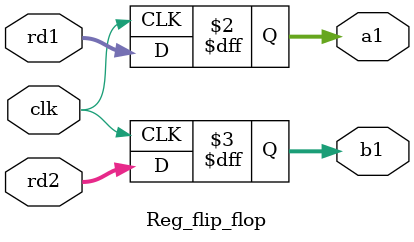
<source format=v>
module Reg_flip_flop(
  input wire [31:0] rd1,
  input wire [31:0] rd2,
  output reg [31:0] a1,
  output reg [31:0] b1,
  input wire clk
  );
   always @(posedge clk) begin
            a1 <= rd1;
				b1 <= rd2;
    end
endmodule
</source>
